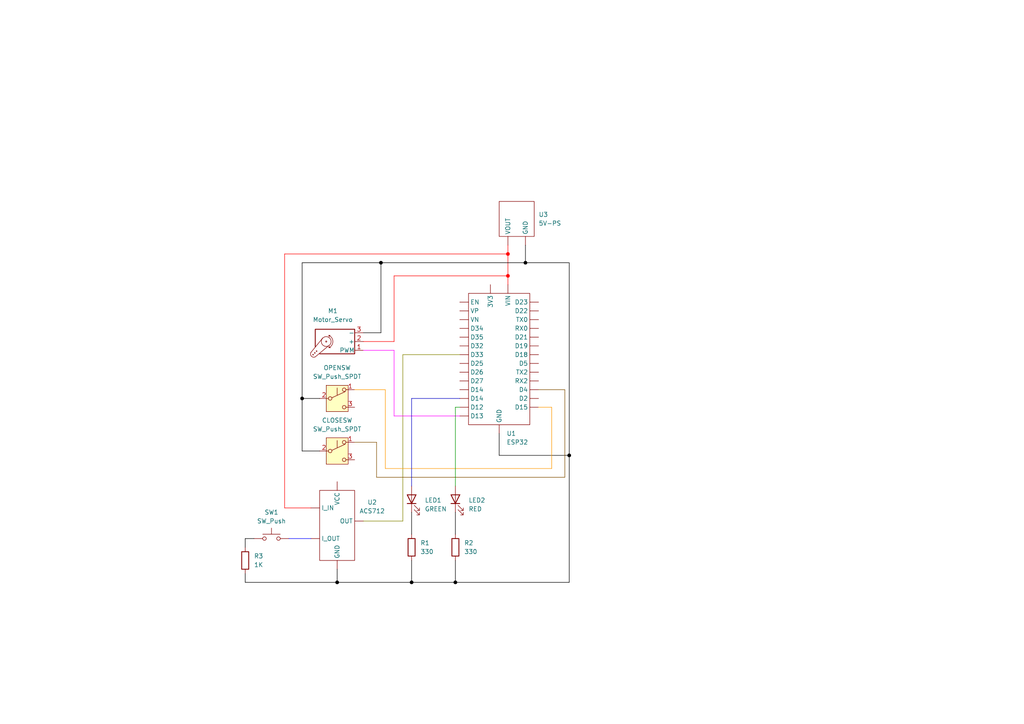
<source format=kicad_sch>
(kicad_sch (version 20250114) (generator "eeschema") (generator_version "9.0")
  (paper "A4")
  (lib_symbols
    (symbol "Custom Symbol Library:5V_POWER_SUPPLY"
      (property "Reference" "U" (at 0 0 0))
      (property "Value" "5V-PS" (at 0 -2.286 0))
      (symbol "5V_POWER_SUPPLY_0_1"
        (rectangle (start -5.08 1.27) (end 5.08 -8.89))
      )
      (symbol "5V_POWER_SUPPLY_1_1"
        (pin output line (at -2.54 -11.43 90) (length 2.54) (name "VOUT") (number ""))
        (pin output line (at 2.54 -11.43 90) (length 2.54) (name "GND") (number ""))
      )
    )
    (symbol "Custom Symbol Library:ACS712_Module"
      (property "Reference" "U" (at 0 0 0))
      (property "Value" "ACS712" (at 0 -2.286 0))
      (symbol "ACS712_Module_0_1"
        (rectangle (start -5.08 8.89) (end 5.08 -11.43))
      )
      (symbol "ACS712_Module_1_1"
        (pin passive line (at -7.62 3.81 0) (length 2.54) (name "I_IN") (number ""))
        (pin passive line (at -7.62 -5.08 0) (length 2.54) (name "I_OUT") (number ""))
        (pin power_in line (at 0 11.43 270) (length 2.54) (name "VCC") (number ""))
        (pin output line (at 0 -13.97 90) (length 2.54) (name "GND") (number ""))
        (pin output line (at 7.62 0 180) (length 2.54) (name "OUT") (number ""))
      )
    )
    (symbol "Custom Symbol Library:esp32_devkit_v1"
      (property "Reference" "U" (at 0 0 0))
      (property "Value" "ESP32" (at 0.254 -2.032 0))
      (symbol "esp32_devkit_v1_0_1"
        (rectangle (start -8.89 12.7) (end 8.89 -25.4))
      )
      (symbol "esp32_devkit_v1_1_1"
        (pin input line (at -11.43 10.16 0) (length 2.54) (name "EN") (number ""))
        (pin bidirectional line (at -11.43 7.62 0) (length 2.54) (name "VP") (number ""))
        (pin bidirectional line (at -11.43 5.08 0) (length 2.54) (name "VN") (number ""))
        (pin bidirectional line (at -11.43 2.54 0) (length 2.54) (name "D34") (number ""))
        (pin bidirectional line (at -11.43 0 0) (length 2.54) (name "D35") (number ""))
        (pin bidirectional line (at -11.43 -2.54 0) (length 2.54) (name "D32") (number ""))
        (pin bidirectional line (at -11.43 -5.08 0) (length 2.54) (name "D33") (number ""))
        (pin bidirectional line (at -11.43 -7.62 0) (length 2.54) (name "D25") (number ""))
        (pin bidirectional line (at -11.43 -10.16 0) (length 2.54) (name "D26") (number ""))
        (pin bidirectional line (at -11.43 -12.7 0) (length 2.54) (name "D27") (number ""))
        (pin bidirectional line (at -11.43 -15.24 0) (length 2.54) (name "D14") (number ""))
        (pin bidirectional line (at -11.43 -17.78 0) (length 2.54) (name "D14") (number ""))
        (pin bidirectional line (at -11.43 -20.32 0) (length 2.54) (name "D12") (number ""))
        (pin bidirectional line (at -11.43 -22.86 0) (length 2.54) (name "D13") (number ""))
        (pin power_in line (at -2.54 15.24 270) (length 2.54) (name "3V3") (number ""))
        (pin power_out line (at 0 -27.94 90) (length 2.54) (name "GND") (number ""))
        (pin power_in line (at 2.54 15.24 270) (length 2.54) (name "VIN") (number ""))
        (pin bidirectional line (at 11.43 10.16 180) (length 2.54) (name "D23") (number ""))
        (pin bidirectional line (at 11.43 7.62 180) (length 2.54) (name "D22") (number ""))
        (pin bidirectional line (at 11.43 5.08 180) (length 2.54) (name "TX0") (number ""))
        (pin bidirectional line (at 11.43 2.54 180) (length 2.54) (name "RX0") (number ""))
        (pin bidirectional line (at 11.43 0 180) (length 2.54) (name "D21") (number ""))
        (pin bidirectional line (at 11.43 -2.54 180) (length 2.54) (name "D19") (number ""))
        (pin bidirectional line (at 11.43 -5.08 180) (length 2.54) (name "D18") (number ""))
        (pin bidirectional line (at 11.43 -7.62 180) (length 2.54) (name "D5") (number ""))
        (pin bidirectional line (at 11.43 -10.16 180) (length 2.54) (name "TX2") (number ""))
        (pin bidirectional line (at 11.43 -12.7 180) (length 2.54) (name "RX2") (number ""))
        (pin bidirectional line (at 11.43 -15.24 180) (length 2.54) (name "D4") (number ""))
        (pin bidirectional line (at 11.43 -17.78 180) (length 2.54) (name "D2") (number ""))
        (pin bidirectional line (at 11.43 -20.32 180) (length 2.54) (name "D15") (number ""))
      )
    )
    (symbol "Device:LED" (pin_numbers (hide yes)) (pin_names (offset 1.016) (hide yes))
      (property "Reference" "D" (at 0 2.54 0))
      (property "Value" "LED" (at 0 -2.54 0))
      (symbol "LED_0_1"
        (polyline (pts (xy -3.048 -0.762) (xy -4.572 -2.286) (xy -3.81 -2.286) (xy -4.572 -2.286) (xy -4.572 -1.524)))
        (polyline (pts (xy -1.778 -0.762) (xy -3.302 -2.286) (xy -2.54 -2.286) (xy -3.302 -2.286) (xy -3.302 -1.524)))
        (polyline (pts (xy -1.27 0) (xy 1.27 0)))
        (polyline (pts (xy -1.27 -1.27) (xy -1.27 1.27)) (stroke (width 0.254)))
        (polyline (pts (xy 1.27 -1.27) (xy 1.27 1.27) (xy -1.27 0) (xy 1.27 -1.27)) (stroke (width 0.254)))
      )
      (symbol "LED_1_1"
        (pin passive line (at -3.81 0 0) (length 2.54) (name "K") (number "1"))
        (pin passive line (at 3.81 0 180) (length 2.54) (name "A") (number "2"))
      )
    )
    (symbol "Device:R" (pin_numbers (hide yes)) (pin_names (offset 0))
      (property "Reference" "R" (at 2.032 0 90))
      (property "Value" "R" (at 0 0 90))
      (symbol "R_0_1"
        (rectangle (start -1.016 -2.54) (end 1.016 2.54) (stroke (width 0.254)))
      )
      (symbol "R_1_1"
        (pin passive line (at 0 3.81 270) (length 1.27) (name "~") (number "1"))
        (pin passive line (at 0 -3.81 90) (length 1.27) (name "~") (number "2"))
      )
    )
    (symbol "Motor:Motor_Servo" (pin_names (offset 0.0254))
      (property "Reference" "M" (at -5.08 4.445 0))
      (property "Value" "Motor_Servo" (at -5.08 -4.064 0))
      (symbol "Motor_Servo_0_1"
        (polyline (pts (xy 2.413 1.778) (xy 1.905 1.778)))
        (polyline (pts (xy 2.413 1.778) (xy 2.286 1.397)))
        (polyline (pts (xy 2.413 -1.778) (xy 2.032 -1.778)))
        (polyline (pts (xy 2.413 -1.778) (xy 2.286 -1.397)))
        (arc (start 2.413 -1.778) (mid 1.2406 0) (end 2.413 1.778))
        (circle (center 3.175 0) (radius 0.1778))
        (circle (center 3.175 0) (radius 1.4224))
        (polyline (pts (xy 5.08 3.556) (xy -5.08 3.556) (xy -5.08 -3.556) (xy 6.35 -3.556) (xy 6.35 1.524)) (stroke (width 0.254)))
        (circle (center 5.969 2.794) (radius 0.127))
        (polyline (pts (xy 6.35 4.445) (xy 2.54 1.27)))
        (circle (center 6.477 3.302) (radius 0.127))
        (arc (start 6.35 4.445) (mid 7.4487 4.2737) (end 7.62 3.175))
        (circle (center 6.985 3.81) (radius 0.127))
        (polyline (pts (xy 7.62 3.175) (xy 4.191 -1.016)))
      )
      (symbol "Motor_Servo_1_1"
        (pin passive line (at -7.62 2.54 0) (length 2.54) (name "PWM") (number "1"))
        (pin passive line (at -7.62 0 0) (length 2.54) (name "+") (number "2"))
        (pin passive line (at -7.62 -2.54 0) (length 2.54) (name "-") (number "3"))
      )
    )
    (symbol "Switch:SW_Push" (pin_numbers (hide yes)) (pin_names (offset 1.016) (hide yes))
      (property "Reference" "SW" (at 1.27 2.54 0))
      (property "Value" "SW_Push" (at 0 -1.524 0))
      (symbol "SW_Push_0_1"
        (circle (center -2.032 0) (radius 0.508))
        (polyline (pts (xy 0 1.27) (xy 0 3.048)))
        (circle (center 2.032 0) (radius 0.508))
        (polyline (pts (xy 2.54 1.27) (xy -2.54 1.27)))
        (pin passive line (at -5.08 0 0) (length 2.54) (name "1") (number "1"))
        (pin passive line (at 5.08 0 180) (length 2.54) (name "2") (number "2"))
      )
    )
    (symbol "Switch:SW_Push_SPDT" (pin_names (offset 0) (hide yes))
      (property "Reference" "SW" (at 0 5.08 0))
      (property "Value" "SW_Push_SPDT" (at 0 -5.08 0))
      (symbol "SW_Push_SPDT_0_0"
        (circle (center -2.032 0) (radius 0.508))
        (polyline (pts (xy 0 1.016) (xy 0 3.048)))
        (circle (center 2.032 -2.54) (radius 0.508))
      )
      (symbol "SW_Push_SPDT_0_1"
        (polyline (pts (xy -1.524 0.2032) (xy 2.3368 1.9812)))
        (circle (center 2.032 2.54) (radius 0.508))
      )
      (symbol "SW_Push_SPDT_1_1"
        (rectangle (start -3.175 3.81) (end 3.175 -3.81) (fill (type background)))
        (pin passive line (at -5.08 0 0) (length 2.54) (name "B") (number "2"))
        (pin passive line (at 5.08 2.54 180) (length 2.54) (name "A") (number "1"))
        (pin passive line (at 5.08 -2.54 180) (length 2.54) (name "C") (number "3"))
      )
    )
  )
  (junction (at 119.38 168.91) (color 0 0 0 1))
  (junction (at 147.32 80.01) (color 255 0 0 1))
  (junction (at 147.32 73.66) (color 255 0 0 1))
  (junction (at 132.08 168.91) (color 0 0 0 1))
  (junction (at 110.49 76.2) (color 0 0 0 1))
  (junction (at 165.1 132.08) (color 0 0 0 1))
  (junction (at 152.4 76.2) (color 0 0 0 1))
  (junction (at 97.79 168.91) (color 0 0 0 1))
  (junction (at 87.63 115.57) (color 0 0 0 1))
  (wire (pts (xy 165.1 76.2) (xy 165.1 132.08)) (stroke (width 0) (color 0 0 0 1)))
  (wire (pts (xy 71.12 156.21) (xy 71.12 158.75)) (stroke (width 0) (color 0 0 0 1)))
  (wire (pts (xy 111.76 135.89) (xy 160.02 135.89)) (stroke (width 0) (color 255 153 0 1)))
  (wire (pts (xy 144.78 132.08) (xy 144.78 125.73)) (stroke (width 0) (color 0 0 0 1)))
  (wire (pts (xy 82.55 147.32) (xy 82.55 73.66)) (stroke (width 0) (color 255 0 0 1)))
  (wire (pts (xy 105.41 151.13) (xy 116.84 151.13)) (stroke (width 0) (color 132 132 0 1)))
  (wire (pts (xy 71.12 166.37) (xy 71.12 168.91)) (stroke (width 0) (color 0 0 0 1)))
  (wire (pts (xy 116.84 151.13) (xy 116.84 102.87)) (stroke (width 0) (color 132 132 0 1)))
  (wire (pts (xy 102.87 113.03) (xy 111.76 113.03)) (stroke (width 0) (color 255 153 0 1)))
  (wire (pts (xy 147.32 80.01) (xy 147.32 82.55)) (stroke (width 0) (color 255 0 0 1)))
  (wire (pts (xy 109.22 138.43) (xy 163.83 138.43)) (stroke (width 0) (color 128 77 0 1)))
  (wire (pts (xy 116.84 102.87) (xy 133.35 102.87)) (stroke (width 0) (color 132 132 0 1)))
  (wire (pts (xy 97.79 165.1) (xy 97.79 168.91)) (stroke (width 0) (color 0 0 0 1)))
  (wire (pts (xy 119.38 168.91) (xy 132.08 168.91)) (stroke (width 0) (color 0 0 0 1)))
  (wire (pts (xy 83.82 156.21) (xy 90.17 156.21)) (stroke (width 0) (color 0 0 255 1)))
  (wire (pts (xy 132.08 148.59) (xy 132.08 154.94)) (stroke (width 0) (color 0 0 0 1)))
  (wire (pts (xy 147.32 71.12) (xy 147.32 73.66)) (stroke (width 0) (color 255 0 0 1)))
  (wire (pts (xy 92.71 130.81) (xy 87.63 130.81)) (stroke (width 0) (color 0 0 0 1)))
  (wire (pts (xy 102.87 128.27) (xy 109.22 128.27)) (stroke (width 0) (color 128 77 0 1)))
  (wire (pts (xy 105.41 101.6) (xy 114.3 101.6)) (stroke (width 0) (color 255 0 255 1)))
  (wire (pts (xy 160.02 135.89) (xy 160.02 118.11)) (stroke (width 0) (color 255 153 0 1)))
  (wire (pts (xy 109.22 128.27) (xy 109.22 138.43)) (stroke (width 0) (color 128 77 0 1)))
  (wire (pts (xy 156.21 113.03) (xy 163.83 113.03)) (stroke (width 0) (color 128 77 0 1)))
  (wire (pts (xy 132.08 140.97) (xy 132.08 118.11)))
  (wire (pts (xy 114.3 120.65) (xy 133.35 120.65)) (stroke (width 0) (color 255 0 255 1)))
  (wire (pts (xy 110.49 96.52) (xy 110.49 76.2)) (stroke (width 0) (color 0 0 0 1)))
  (wire (pts (xy 119.38 162.56) (xy 119.38 168.91)) (stroke (width 0) (color 0 0 0 1)))
  (wire (pts (xy 87.63 115.57) (xy 87.63 130.81)) (stroke (width 0) (color 0 0 0 1)))
  (wire (pts (xy 82.55 73.66) (xy 147.32 73.66)) (stroke (width 0) (color 255 0 0 1)))
  (wire (pts (xy 73.66 156.21) (xy 71.12 156.21)) (stroke (width 0) (color 0 0 0 1)))
  (wire (pts (xy 87.63 76.2) (xy 110.49 76.2)) (stroke (width 0) (color 0 0 0 1)))
  (wire (pts (xy 114.3 80.01) (xy 147.32 80.01)) (stroke (width 0) (color 255 0 0 1)))
  (wire (pts (xy 97.79 168.91) (xy 119.38 168.91)) (stroke (width 0) (color 0 0 0 1)))
  (wire (pts (xy 105.41 99.06) (xy 114.3 99.06)) (stroke (width 0) (color 255 0 0 1)))
  (wire (pts (xy 152.4 76.2) (xy 165.1 76.2)) (stroke (width 0) (color 0 0 0 1)))
  (wire (pts (xy 119.38 148.59) (xy 119.38 154.94)) (stroke (width 0) (color 0 0 0 1)))
  (wire (pts (xy 132.08 168.91) (xy 165.1 168.91)) (stroke (width 0) (color 0 0 0 1)))
  (wire (pts (xy 119.38 140.97) (xy 119.38 115.57)) (stroke (width 0) (color 0 0 194 1)))
  (wire (pts (xy 132.08 118.11) (xy 133.35 118.11)))
  (wire (pts (xy 71.12 168.91) (xy 97.79 168.91)) (stroke (width 0) (color 0 0 0 1)))
  (wire (pts (xy 152.4 76.2) (xy 152.4 71.12)) (stroke (width 0) (color 0 0 0 1)))
  (wire (pts (xy 111.76 113.03) (xy 111.76 135.89)) (stroke (width 0) (color 255 153 0 1)))
  (wire (pts (xy 160.02 118.11) (xy 156.21 118.11)) (stroke (width 0) (color 255 153 0 1)))
  (wire (pts (xy 165.1 168.91) (xy 165.1 132.08)) (stroke (width 0) (color 0 0 0 1)))
  (wire (pts (xy 114.3 99.06) (xy 114.3 80.01)) (stroke (width 0) (color 255 0 0 1)))
  (wire (pts (xy 165.1 132.08) (xy 144.78 132.08)) (stroke (width 0) (color 0 0 0 1)))
  (wire (pts (xy 147.32 73.66) (xy 147.32 80.01)) (stroke (width 0) (color 255 0 0 1)))
  (wire (pts (xy 105.41 96.52) (xy 110.49 96.52)) (stroke (width 0) (color 0 0 0 1)))
  (wire (pts (xy 92.71 115.57) (xy 87.63 115.57)) (stroke (width 0) (color 0 0 0 1)))
  (wire (pts (xy 119.38 115.57) (xy 133.35 115.57)) (stroke (width 0) (color 0 0 194 1)))
  (wire (pts (xy 114.3 101.6) (xy 114.3 120.65)) (stroke (width 0) (color 255 0 255 1)))
  (wire (pts (xy 87.63 115.57) (xy 87.63 76.2)) (stroke (width 0) (color 0 0 0 1)))
  (wire (pts (xy 163.83 138.43) (xy 163.83 113.03)) (stroke (width 0) (color 128 77 0 1)))
  (wire (pts (xy 110.49 76.2) (xy 152.4 76.2)) (stroke (width 0) (color 0 0 0 1)))
  (wire (pts (xy 132.08 162.56) (xy 132.08 168.91)) (stroke (width 0) (color 0 0 0 1)))
  (wire (pts (xy 90.17 147.32) (xy 82.55 147.32)) (stroke (width 0) (color 255 0 0 1)))
  (symbol (lib_id "Switch:SW_Push_SPDT") (at 97.79 130.81 0) (unit 1)
    (property "Reference" "CLOSESW" (at 97.79 121.92 0))
    (property "Value" "SW_Push_SPDT" (at 97.79 124.46 0))
    (property "Description" "Momentary Switch, single pole double throw" (effects (hide yes)))
  )
  (symbol (lib_id "Device:R") (at 119.38 158.75 0) (unit 1)
    (property "Reference" "R1" (at 121.92 157.4799 0) (effects (justify left)))
    (property "Value" "330" (at 121.92 160.0199 0) (effects (justify left)))
    (property "Description" "Resistor" (effects (hide yes)))
  )
  (symbol (lib_id "Custom Symbol Library:5V_POWER_SUPPLY") (at 149.86 59.69 0) (unit 1)
    (property "Reference" "U3" (at 156.21 62.2299 0) (effects (justify left)))
    (property "Value" "5V-PS" (at 156.21 64.7699 0) (effects (justify left)))
  )
  (symbol (lib_id "Switch:SW_Push") (at 78.74 156.21 0) (unit 1)
    (property "Reference" "SW1" (at 78.74 148.59 0))
    (property "Value" "SW_Push" (at 78.74 151.13 0))
    (property "Description" "Push button switch, generic, two pins" (effects (hide yes)))
  )
  (symbol (lib_id "Device:LED") (at 119.38 144.78 90) (unit 1)
    (property "Reference" "LED1" (at 123.19 145.0974 90) (effects (justify right)))
    (property "Value" "GREEN" (at 123.19 147.6374 90) (effects (justify right)))
    (property "Description" "Light emitting diode" (effects (hide yes)))
    (property "Sim.Pins" "1=K 2=A" (effects (hide yes)))
  )
  (symbol (lib_id "Switch:SW_Push_SPDT") (at 97.79 115.57 0) (unit 1)
    (property "Reference" "OPENSW" (at 97.79 106.68 0))
    (property "Value" "SW_Push_SPDT" (at 97.79 109.22 0))
    (property "Description" "Momentary Switch, single pole double throw" (effects (hide yes)))
  )
  (symbol (lib_id "Custom Symbol Library:ACS712_Module") (at 97.79 151.13 0) (unit 1)
    (property "Reference" "U2" (at 107.95 145.6846 0))
    (property "Value" "ACS712" (at 107.95 148.2246 0))
  )
  (symbol (lib_id "Device:R") (at 132.08 158.75 0) (unit 1)
    (property "Reference" "R2" (at 134.62 157.4799 0) (effects (justify left)))
    (property "Value" "330" (at 134.62 160.0199 0) (effects (justify left)))
    (property "Description" "Resistor" (effects (hide yes)))
  )
  (symbol (lib_id "Device:R") (at 71.12 162.56 0) (unit 1)
    (property "Reference" "R3" (at 73.66 161.2899 0) (effects (justify left)))
    (property "Value" "1K" (at 73.66 163.8299 0) (effects (justify left)))
    (property "Description" "Resistor" (effects (hide yes)))
  )
  (symbol (lib_id "Custom Symbol Library:esp32_devkit_v1") (at 144.78 97.79 0) (unit 1)
    (property "Reference" "U1" (at 146.9233 125.73 0) (effects (justify left)))
    (property "Value" "ESP32" (at 146.9233 128.27 0) (effects (justify left)))
  )
  (symbol (lib_id "Device:LED") (at 132.08 144.78 90) (unit 1)
    (property "Reference" "LED2" (at 135.89 145.0974 90) (effects (justify right)))
    (property "Value" "RED" (at 135.89 147.6374 90) (effects (justify right)))
    (property "Description" "Light emitting diode" (effects (hide yes)))
    (property "Sim.Pins" "1=K 2=A" (effects (hide yes)))
  )
  (symbol (lib_id "Motor:Motor_Servo") (at 97.79 99.06 180) (unit 1)
    (property "Reference" "M1" (at 96.5339 90.17 0))
    (property "Value" "Motor_Servo" (at 96.5339 92.71 0))
    (property "Datasheet" "http://forums.parallax.com/uploads/attachments/46831/74481.png" (effects (hide yes)))
    (property "Description" "Servo Motor (Futaba, HiTec, JR connector)" (effects (hide yes)))
  )
)
</source>
